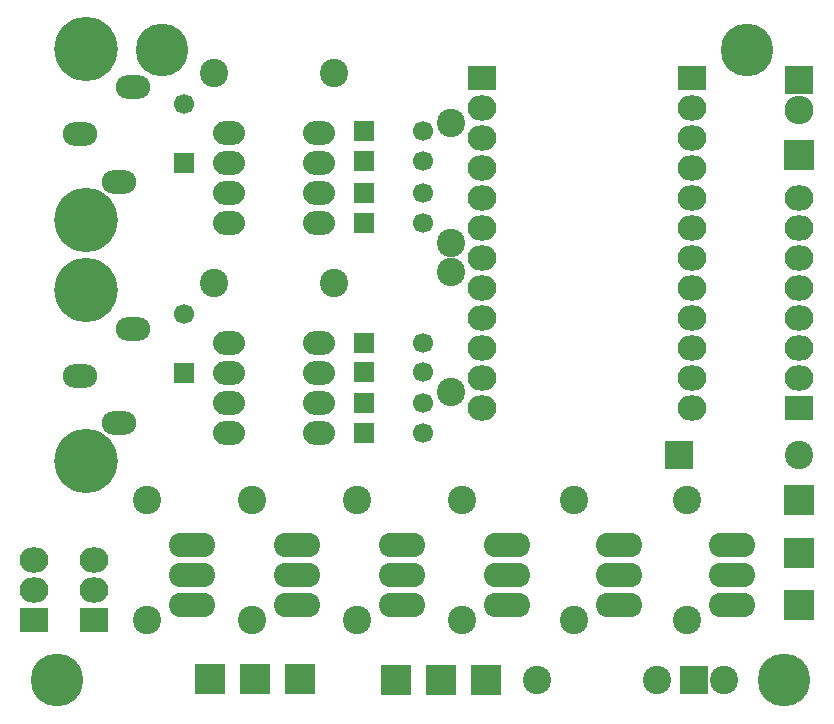
<source format=gts>
G04 #@! TF.FileFunction,Soldermask,Top*
%FSLAX46Y46*%
G04 Gerber Fmt 4.6, Leading zero omitted, Abs format (unit mm)*
G04 Created by KiCad (PCBNEW 4.0.0-stable) date Monday, December 21, 2015 'AMt' 12:47:19 AM*
%MOMM*%
G01*
G04 APERTURE LIST*
%ADD10C,0.100000*%
%ADD11C,4.464000*%
%ADD12R,2.635200X2.635200*%
%ADD13R,2.432000X2.127200*%
%ADD14O,2.432000X2.127200*%
%ADD15R,1.700000X1.700000*%
%ADD16C,1.700000*%
%ADD17C,2.398980*%
%ADD18R,2.398980X2.398980*%
%ADD19R,2.432000X2.432000*%
%ADD20O,2.432000X2.432000*%
%ADD21O,2.700000X2.000000*%
%ADD22O,2.900000X2.000000*%
%ADD23O,5.400000X5.400000*%
%ADD24O,3.900120X2.099260*%
%ADD25R,2.400000X2.400000*%
%ADD26C,2.400000*%
G04 APERTURE END LIST*
D10*
D11*
X150495000Y-128270000D03*
X88900000Y-128270000D03*
D12*
X101911143Y-128163701D03*
D11*
X97790000Y-74930000D03*
D13*
X124894362Y-77305728D03*
D14*
X124894362Y-79845728D03*
X124894362Y-82385728D03*
X124894362Y-84925728D03*
X124894362Y-87465728D03*
X124894362Y-90005728D03*
X124894362Y-92545728D03*
X124894362Y-95085728D03*
X124894362Y-97625728D03*
X124894362Y-100165728D03*
X124894362Y-102705728D03*
X124894362Y-105245728D03*
D13*
X142674362Y-77305728D03*
D14*
X142674362Y-92545728D03*
X142674362Y-95085728D03*
X142674362Y-90005728D03*
X142674362Y-97625728D03*
X142674362Y-84925728D03*
X142674362Y-82385728D03*
X142674362Y-79845728D03*
X142674362Y-87465728D03*
X142674362Y-102705728D03*
X142674362Y-100165728D03*
X142674362Y-105245728D03*
D15*
X114935000Y-89535000D03*
D16*
X119935000Y-89535000D03*
D15*
X114935000Y-107315000D03*
D16*
X119935000Y-107315000D03*
D15*
X114905000Y-81735000D03*
D16*
X119905000Y-81735000D03*
D15*
X114905000Y-99695000D03*
D16*
X119905000Y-99695000D03*
D15*
X114935000Y-86995000D03*
D16*
X119935000Y-86995000D03*
D15*
X114935000Y-104775000D03*
D16*
X119935000Y-104775000D03*
D15*
X99695000Y-84455000D03*
D16*
X99695000Y-79455000D03*
D15*
X99695000Y-102235000D03*
D16*
X99695000Y-97235000D03*
D17*
X151765000Y-109220000D03*
D18*
X141605000Y-109220000D03*
D12*
X117663459Y-128195719D03*
X121473459Y-128195719D03*
X105721143Y-128163701D03*
X125283459Y-128195719D03*
X109531143Y-128163701D03*
D13*
X86995000Y-123190000D03*
D14*
X86995000Y-120650000D03*
X86995000Y-118110000D03*
D13*
X92075000Y-123190000D03*
D14*
X92075000Y-120650000D03*
X92075000Y-118110000D03*
D12*
X151765000Y-121920000D03*
X151765000Y-113030000D03*
X151765000Y-117475000D03*
X151765000Y-83820000D03*
D13*
X151765000Y-105245728D03*
D14*
X151765000Y-102705728D03*
X151765000Y-100165728D03*
X151765000Y-97625728D03*
X151765000Y-95085728D03*
X151765000Y-92545728D03*
X151765000Y-90005728D03*
X151765000Y-87465728D03*
D17*
X122305000Y-91215000D03*
X122305000Y-81055000D03*
X122305000Y-93735000D03*
X122305000Y-103895000D03*
X112395000Y-76835000D03*
X102235000Y-76835000D03*
X112395000Y-94615000D03*
X102235000Y-94615000D03*
X129540000Y-128270000D03*
X139700000Y-128270000D03*
X123190000Y-123190000D03*
X123190000Y-113030000D03*
X96520000Y-123190000D03*
X96520000Y-113030000D03*
X132715000Y-123190000D03*
X132715000Y-113030000D03*
X105410000Y-123190000D03*
X105410000Y-113030000D03*
X142240000Y-123190000D03*
X142240000Y-113030000D03*
X114300000Y-123190000D03*
X114300000Y-113030000D03*
D19*
X151765000Y-77470000D03*
D20*
X151765000Y-80010000D03*
D21*
X103505000Y-81915000D03*
X103505000Y-84455000D03*
X103505000Y-86995000D03*
X103505000Y-89535000D03*
X111125000Y-89535000D03*
X111125000Y-86995000D03*
X111125000Y-84455000D03*
X111125000Y-81915000D03*
X103505000Y-99695000D03*
X103505000Y-102235000D03*
X103505000Y-104775000D03*
X103505000Y-107315000D03*
X111125000Y-107315000D03*
X111125000Y-104775000D03*
X111125000Y-102235000D03*
X111125000Y-99695000D03*
D22*
X94143607Y-86035000D03*
X95393607Y-78035000D03*
D23*
X91393607Y-74785000D03*
X91393607Y-89285000D03*
D22*
X90893607Y-82035000D03*
X94143607Y-106482355D03*
X95393607Y-98482355D03*
D23*
X91393607Y-95232355D03*
X91393607Y-109732355D03*
D22*
X90893607Y-102482355D03*
D24*
X100330000Y-119380000D03*
X100330000Y-116840000D03*
X100330000Y-121920000D03*
X109220000Y-119380000D03*
X109220000Y-116840000D03*
X109220000Y-121920000D03*
X118110000Y-119380000D03*
X118110000Y-116840000D03*
X118110000Y-121920000D03*
X127000000Y-119380000D03*
X127000000Y-116840000D03*
X127000000Y-121920000D03*
X136525000Y-119380000D03*
X136525000Y-116840000D03*
X136525000Y-121920000D03*
X146050000Y-119380000D03*
X146050000Y-116840000D03*
X146050000Y-121920000D03*
D11*
X147320000Y-74930000D03*
D15*
X114905000Y-84335000D03*
D16*
X119905000Y-84335000D03*
D15*
X114905000Y-102135000D03*
D16*
X119905000Y-102135000D03*
D25*
X142875000Y-128270000D03*
D26*
X145415000Y-128270000D03*
M02*

</source>
